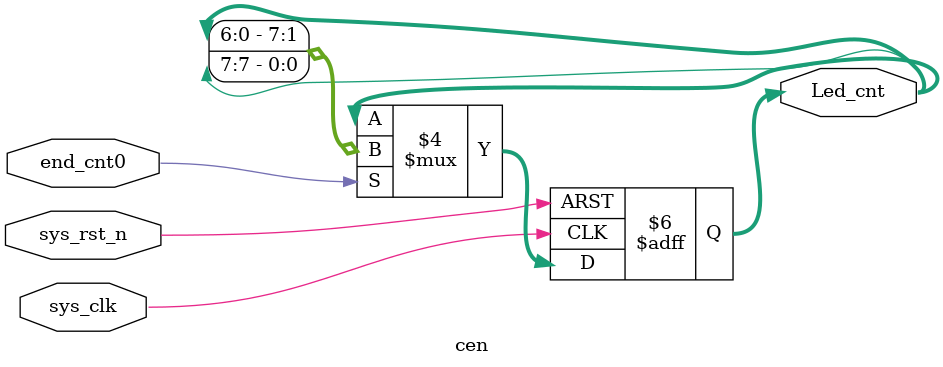
<source format=v>
/*****************************************************
	动态数码管 
	2023/11/21    1s切换一位
*****************************************************/
module  cen
#(
//****************************************************//

//定义晶振频率50M
    parameter CNT_MAX = 26'd50_000_000 
	 
//****************************************************//
)
(
    input   wire            sys_clk     ,   //输入工作时钟,频率50MHz
    input   wire            sys_rst_n   ,   //输入复位信号,低电平有效
    input   wire            end_cnt0    ,

	output  reg    [7:0]    Led_cnt		

);






//********************************************************************//
//***************************** Main Code ****************************//
//********************************************************************//

//Led_cnt:数码管片选信号
always @(posedge sys_clk or negedge sys_rst_n)begin
    if(!sys_rst_n)begin  
        Led_cnt <= 8'b1111_1110;
    end
    else if(end_cnt0)	//1s到了
	
            Led_cnt <={Led_cnt[6:0],Led_cnt[7]};   
		 else
            Led_cnt <= Led_cnt;
end


endmodule

</source>
